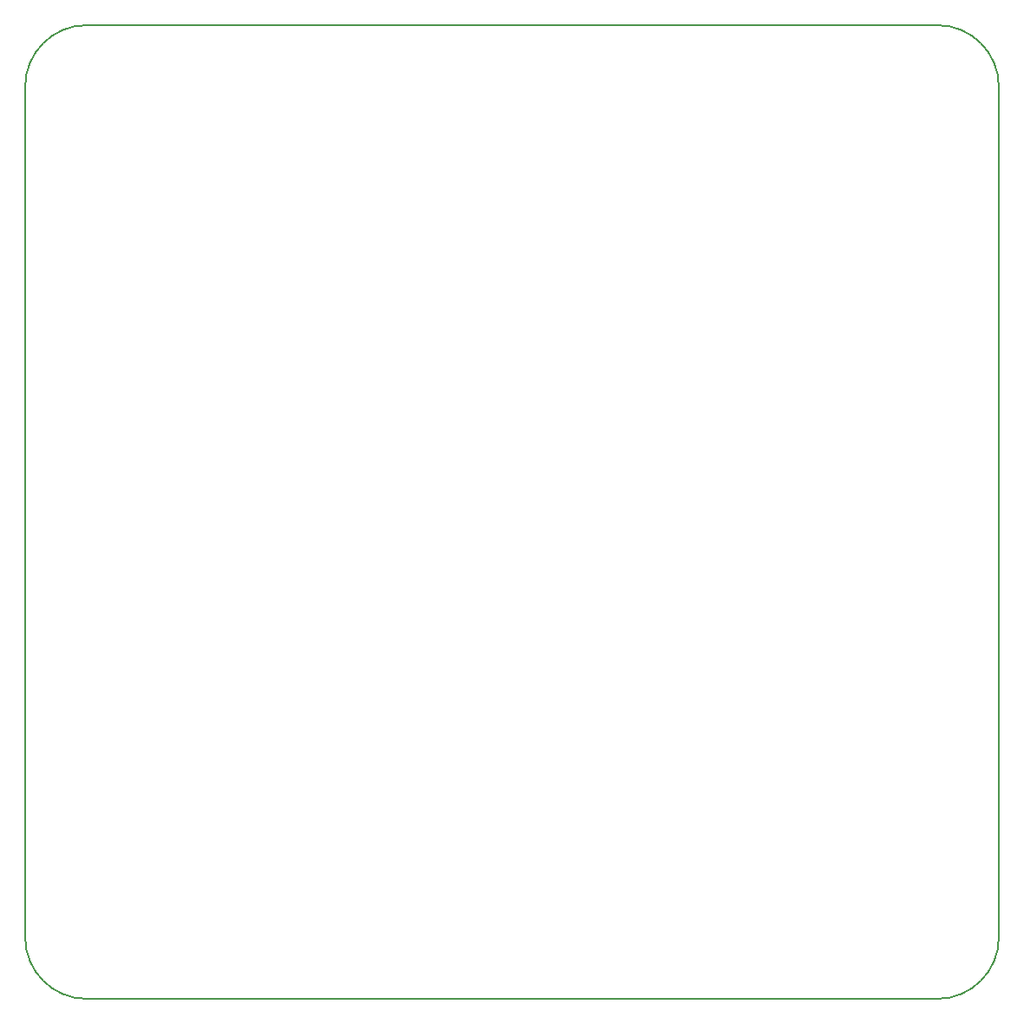
<source format=gbr>
G04 #@! TF.GenerationSoftware,KiCad,Pcbnew,(5.0.2)-1*
G04 #@! TF.CreationDate,2019-09-25T20:03:45-04:00*
G04 #@! TF.ProjectId,Z80_CPU,5a38305f-4350-4552-9e6b-696361645f70,1*
G04 #@! TF.SameCoordinates,Original*
G04 #@! TF.FileFunction,Profile,NP*
%FSLAX46Y46*%
G04 Gerber Fmt 4.6, Leading zero omitted, Abs format (unit mm)*
G04 Created by KiCad (PCBNEW (5.0.2)-1) date 9/25/2019 8:03:45 PM*
%MOMM*%
%LPD*%
G01*
G04 APERTURE LIST*
%ADD10C,0.150000*%
G04 APERTURE END LIST*
D10*
X6000000Y-95000000D02*
X89000000Y-95000000D01*
X0Y-6000000D02*
X0Y-89000000D01*
X89000000Y0D02*
X6000000Y0D01*
X95000000Y-89000000D02*
X95000000Y-6000000D01*
X6000000Y-95000000D02*
G75*
G02X0Y-89000000I0J6000000D01*
G01*
X95000000Y-89000000D02*
G75*
G02X89000000Y-95000000I-6000000J0D01*
G01*
X89000000Y0D02*
G75*
G02X95000000Y-6000000I0J-6000000D01*
G01*
X0Y-6000000D02*
G75*
G02X6000000Y0I6000000J0D01*
G01*
M02*

</source>
